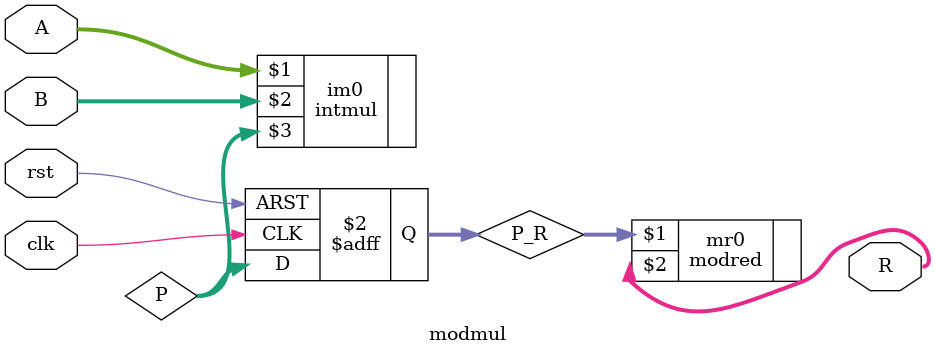
<source format=v>

/*
The designers:

Ahmet Can Mert <ahmetcanmert@sabanciuniv.edu>
Ferhat Yaman <ferhatyaman@sabanciuniv.edu>

To the extent possible under law, the implementer has waived all copyright
and related or neighboring rights to the source code in this file.
http://creativecommons.org/publicdomain/zero/1.0/
*/

module modmul(input         clk,rst,
              input  [11:0] A,B,
              output [11:0] R);

wire [23:0] P;
reg  [23:0] P_R;

intmul im0(A,B,P);

always @(posedge clk or posedge rst) begin
    if(rst) begin
        P_R <= 0;
    end
    else begin
        P_R <= P;
    end
end

// ---------------------------------------

modred mr0(P_R,R);

endmodule

</source>
